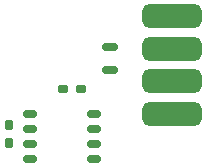
<source format=gbp>
%TF.GenerationSoftware,KiCad,Pcbnew,7.0.5*%
%TF.CreationDate,2023-06-19T14:48:05+02:00*%
%TF.ProjectId,candleLightfd-S01,63616e64-6c65-44c6-9967-687466642d53,R01*%
%TF.SameCoordinates,Original*%
%TF.FileFunction,Paste,Bot*%
%TF.FilePolarity,Positive*%
%FSLAX46Y46*%
G04 Gerber Fmt 4.6, Leading zero omitted, Abs format (unit mm)*
G04 Created by KiCad (PCBNEW 7.0.5) date 2023-06-19 14:48:05*
%MOMM*%
%LPD*%
G01*
G04 APERTURE LIST*
G04 Aperture macros list*
%AMRoundRect*
0 Rectangle with rounded corners*
0 $1 Rounding radius*
0 $2 $3 $4 $5 $6 $7 $8 $9 X,Y pos of 4 corners*
0 Add a 4 corners polygon primitive as box body*
4,1,4,$2,$3,$4,$5,$6,$7,$8,$9,$2,$3,0*
0 Add four circle primitives for the rounded corners*
1,1,$1+$1,$2,$3*
1,1,$1+$1,$4,$5*
1,1,$1+$1,$6,$7*
1,1,$1+$1,$8,$9*
0 Add four rect primitives between the rounded corners*
20,1,$1+$1,$2,$3,$4,$5,0*
20,1,$1+$1,$4,$5,$6,$7,0*
20,1,$1+$1,$6,$7,$8,$9,0*
20,1,$1+$1,$8,$9,$2,$3,0*%
G04 Aperture macros list end*
%ADD10RoundRect,0.500000X-2.000000X0.500000X-2.000000X-0.500000X2.000000X-0.500000X2.000000X0.500000X0*%
%ADD11RoundRect,0.150000X-0.420000X-0.150000X0.420000X-0.150000X0.420000X0.150000X-0.420000X0.150000X0*%
%ADD12RoundRect,0.187500X0.212500X0.187500X-0.212500X0.187500X-0.212500X-0.187500X0.212500X-0.187500X0*%
%ADD13RoundRect,0.175000X-0.475000X0.175000X-0.475000X-0.175000X0.475000X-0.175000X0.475000X0.175000X0*%
%ADD14RoundRect,0.187500X-0.187500X0.212500X-0.187500X-0.212500X0.187500X-0.212500X0.187500X0.212500X0*%
G04 APERTURE END LIST*
D10*
%TO.C,X2*%
X136100000Y-134155000D03*
X136100000Y-131385000D03*
X136100000Y-128615000D03*
X136100000Y-125845000D03*
%TD*%
D11*
%TO.C,U4*%
X124050000Y-138005000D03*
X124050000Y-136735000D03*
X124050000Y-135465000D03*
X124050000Y-134195000D03*
X129450000Y-134195000D03*
X129450000Y-135465000D03*
X129450000Y-136735000D03*
X129450000Y-138005000D03*
%TD*%
D12*
%TO.C,C9*%
X128350000Y-132050000D03*
X126850000Y-132050000D03*
%TD*%
D13*
%TO.C,R8*%
X130850000Y-128500000D03*
X130850000Y-130400000D03*
%TD*%
D14*
%TO.C,C11*%
X122300000Y-135100000D03*
X122300000Y-136600000D03*
%TD*%
M02*

</source>
